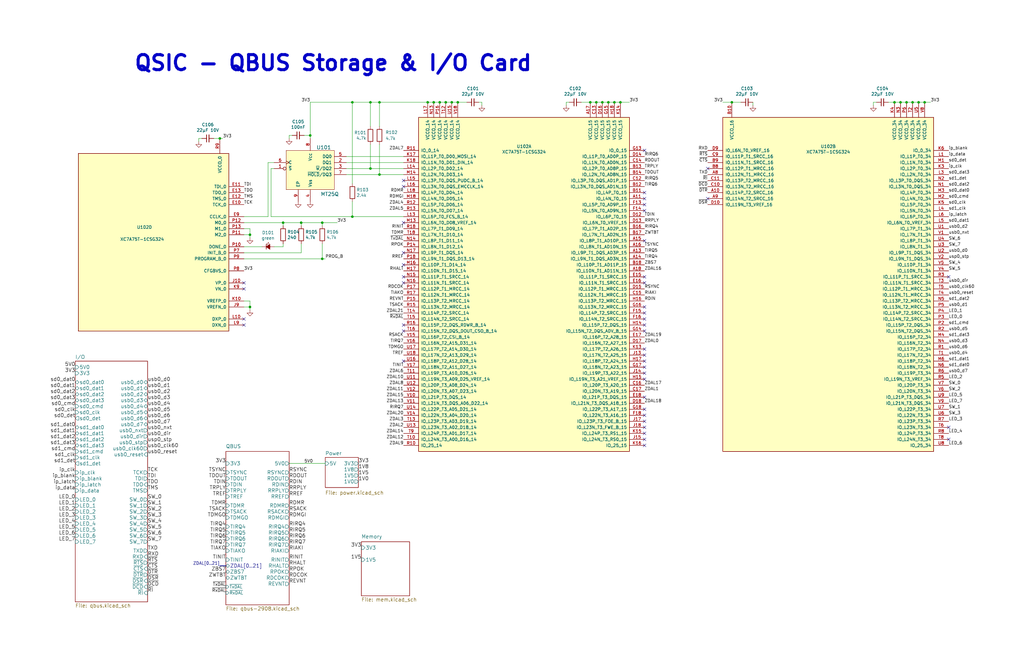
<source format=kicad_sch>
(kicad_sch (version 20250114) (generator "eeschema") (generator_version "9.0")
  (paper "B")
  (title_block (title "QSIC - QBUS Storage & I/O Card") (date "2022-10-27") (rev "0.4"))
  (text "QSIC - QBUS Storage & I/O Card" (at 224.79 30.48 0) (effects (font (size 6.35 6.35) (thickness 1.27) (bold yes)) (justify right bottom)))
  (junction (at 160.02 73.66))
  (junction (at 105.41 99.06))
  (junction (at 105.41 129.54))
  (junction (at 130.81 57.15))
  (junction (at 182.88 43.18))
  (junction (at 377.19 43.18))
  (junction (at 119.38 93.98))
  (junction (at 261.62 43.18))
  (junction (at 127 93.98))
  (junction (at 190.5 43.18))
  (junction (at 308.61 43.18))
  (junction (at 387.35 43.18))
  (junction (at 256.54 43.18))
  (junction (at 193.04 43.18))
  (junction (at 92.71 58.42))
  (junction (at 160.02 43.18))
  (junction (at 187.96 43.18))
  (junction (at 185.42 43.18))
  (junction (at 135.89 93.98))
  (junction (at 259.08 43.18))
  (junction (at 248.92 43.18))
  (junction (at 156.21 43.18))
  (junction (at 180.34 43.18))
  (junction (at 135.89 109.22))
  (junction (at 148.59 91.44))
  (junction (at 156.21 71.12))
  (junction (at 254 43.18))
  (junction (at 379.73 43.18))
  (junction (at 389.89 43.18))
  (junction (at 382.27 43.18))
  (junction (at 251.46 43.18))
  (junction (at 148.59 43.18))
  (junction (at 384.81 43.18))
  (no_connect (at 271.78 129.54))
  (no_connect (at 271.78 147.32))
  (no_connect (at 271.78 101.6))
  (no_connect (at 271.78 119.38))
  (no_connect (at 170.18 119.38))
  (no_connect (at 298.45 71.12))
  (no_connect (at 170.18 93.98))
  (no_connect (at 271.78 83.82))
  (no_connect (at 271.78 182.88))
  (no_connect (at 271.78 152.4))
  (no_connect (at 400.05 185.42))
  (no_connect (at 102.87 137.16))
  (no_connect (at 271.78 132.08))
  (no_connect (at 170.18 139.7))
  (no_connect (at 271.78 180.34))
  (no_connect (at 271.78 81.28))
  (no_connect (at 271.78 187.96))
  (no_connect (at 271.78 88.9))
  (no_connect (at 271.78 116.84))
  (no_connect (at 271.78 172.72))
  (no_connect (at 170.18 137.16))
  (no_connect (at 170.18 111.76))
  (no_connect (at 170.18 152.4))
  (no_connect (at 400.05 180.34))
  (no_connect (at 170.18 106.68))
  (no_connect (at 271.78 167.64))
  (no_connect (at 102.87 119.38))
  (no_connect (at 271.78 137.16))
  (no_connect (at 271.78 157.48))
  (no_connect (at 298.45 83.82))
  (no_connect (at 271.78 149.86))
  (no_connect (at 271.78 185.42))
  (no_connect (at 271.78 154.94))
  (no_connect (at 271.78 175.26))
  (no_connect (at 170.18 78.74))
  (no_connect (at 102.87 134.62))
  (no_connect (at 170.18 116.84))
  (no_connect (at 271.78 134.62))
  (no_connect (at 170.18 76.2))
  (no_connect (at 271.78 63.5))
  (no_connect (at 271.78 177.8))
  (no_connect (at 102.87 121.92))
  (no_connect (at 400.05 116.84))
  (no_connect (at 271.78 160.02))
  (no_connect (at 271.78 139.7))
  (no_connect (at 271.78 86.36))
  (wire (pts (xy 114.3 71.12) (xy 115.57 71.12)))
  (wire (pts (xy 102.87 104.14) (xy 110.49 104.14)))
  (wire (pts (xy 146.05 73.66) (xy 160.02 73.66)))
  (wire (pts (xy 121.92 195.58) (xy 137.16 195.58)))
  (wire (pts (xy 121.92 58.42) (xy 121.92 57.15)))
  (wire (pts (xy 160.02 43.18) (xy 180.34 43.18)))
  (wire (pts (xy 304.8 43.18) (xy 308.61 43.18)))
  (wire (pts (xy 130.81 57.15) (xy 130.81 58.42)))
  (wire (pts (xy 148.59 91.44) (xy 170.18 91.44)))
  (wire (pts (xy 135.89 95.25) (xy 135.89 93.98)))
  (wire (pts (xy 121.92 57.15) (xy 123.19 57.15)))
  (bus (pts (xy 95.25 238.76) (xy 92.71 238.76)))
  (wire (pts (xy 379.73 43.18) (xy 382.27 43.18)))
  (wire (pts (xy 187.96 43.18) (xy 190.5 43.18)))
  (wire (pts (xy 160.02 53.34) (xy 160.02 43.18)))
  (wire (pts (xy 160.02 73.66) (xy 170.18 73.66)))
  (wire (pts (xy 146.05 71.12) (xy 156.21 71.12)))
  (wire (pts (xy 102.87 99.06) (xy 105.41 99.06)))
  (wire (pts (xy 114.3 91.44) (xy 148.59 91.44)))
  (wire (pts (xy 156.21 71.12) (xy 170.18 71.12)))
  (wire (pts (xy 387.35 43.18) (xy 389.89 43.18)))
  (wire (pts (xy 156.21 60.96) (xy 156.21 71.12)))
  (wire (pts (xy 368.3 44.45) (xy 368.3 43.18)))
  (wire (pts (xy 105.41 99.06) (xy 105.41 96.52)))
  (wire (pts (xy 102.87 93.98) (xy 119.38 93.98)))
  (wire (pts (xy 251.46 43.18) (xy 248.92 43.18)))
  (wire (pts (xy 130.81 43.18) (xy 148.59 43.18)))
  (wire (pts (xy 128.27 57.15) (xy 130.81 57.15)))
  (wire (pts (xy 193.04 43.18) (xy 196.85 43.18)))
  (wire (pts (xy 130.81 43.18) (xy 130.81 57.15)))
  (wire (pts (xy 256.54 43.18) (xy 254 43.18)))
  (wire (pts (xy 127 93.98) (xy 119.38 93.98)))
  (wire (pts (xy 105.41 127) (xy 105.41 129.54)))
  (wire (pts (xy 382.27 43.18) (xy 384.81 43.18)))
  (wire (pts (xy 148.59 43.18) (xy 148.59 77.47)))
  (wire (pts (xy 148.59 43.18) (xy 156.21 43.18)))
  (wire (pts (xy 146.05 68.58) (xy 170.18 68.58)))
  (wire (pts (xy 308.61 43.18) (xy 312.42 43.18)))
  (wire (pts (xy 105.41 129.54) (xy 105.41 130.81)))
  (wire (pts (xy 127 93.98) (xy 127 95.25)))
  (wire (pts (xy 119.38 102.87) (xy 119.38 104.14)))
  (wire (pts (xy 248.92 43.18) (xy 245.11 43.18)))
  (wire (pts (xy 238.76 44.45) (xy 238.76 43.18)))
  (wire (pts (xy 238.76 43.18) (xy 240.03 43.18)))
  (wire (pts (xy 105.41 96.52) (xy 102.87 96.52)))
  (wire (pts (xy 259.08 43.18) (xy 256.54 43.18)))
  (wire (pts (xy 102.87 109.22) (xy 135.89 109.22)))
  (wire (pts (xy 389.89 43.18) (xy 392.43 43.18)))
  (wire (pts (xy 377.19 43.18) (xy 379.73 43.18)))
  (wire (pts (xy 102.87 106.68) (xy 127 106.68)))
  (wire (pts (xy 102.87 127) (xy 105.41 127)))
  (wire (pts (xy 119.38 93.98) (xy 119.38 95.25)))
  (wire (pts (xy 384.81 43.18) (xy 387.35 43.18)))
  (wire (pts (xy 160.02 60.96) (xy 160.02 73.66)))
  (wire (pts (xy 265.43 43.18) (xy 261.62 43.18)))
  (wire (pts (xy 90.17 58.42) (xy 92.71 58.42)))
  (wire (pts (xy 201.93 43.18) (xy 203.2 43.18)))
  (wire (pts (xy 92.71 58.42) (xy 93.98 58.42)))
  (wire (pts (xy 113.03 68.58) (xy 113.03 91.44)))
  (wire (pts (xy 102.87 91.44) (xy 113.03 91.44)))
  (wire (pts (xy 135.89 93.98) (xy 127 93.98)))
  (wire (pts (xy 146.05 66.04) (xy 170.18 66.04)))
  (wire (pts (xy 142.24 93.98) (xy 135.89 93.98)))
  (wire (pts (xy 156.21 43.18) (xy 160.02 43.18)))
  (wire (pts (xy 203.2 43.18) (xy 203.2 44.45)))
  (wire (pts (xy 374.65 43.18) (xy 377.19 43.18)))
  (wire (pts (xy 115.57 104.14) (xy 119.38 104.14)))
  (wire (pts (xy 127 106.68) (xy 127 102.87)))
  (wire (pts (xy 261.62 43.18) (xy 259.08 43.18)))
  (wire (pts (xy 180.34 43.18) (xy 182.88 43.18)))
  (wire (pts (xy 83.82 58.42) (xy 85.09 58.42)))
  (wire (pts (xy 148.59 85.09) (xy 148.59 91.44)))
  (wire (pts (xy 317.5 43.18) (xy 317.5 44.45)))
  (wire (pts (xy 135.89 109.22) (xy 137.16 109.22)))
  (wire (pts (xy 190.5 43.18) (xy 193.04 43.18)))
  (wire (pts (xy 368.3 43.18) (xy 369.57 43.18)))
  (wire (pts (xy 105.41 100.33) (xy 105.41 99.06)))
  (wire (pts (xy 114.3 91.44) (xy 114.3 71.12)))
  (wire (pts (xy 182.88 43.18) (xy 185.42 43.18)))
  (wire (pts (xy 254 43.18) (xy 251.46 43.18)))
  (wire (pts (xy 83.82 59.69) (xy 83.82 58.42)))
  (wire (pts (xy 102.87 129.54) (xy 105.41 129.54)))
  (wire (pts (xy 156.21 53.34) (xy 156.21 43.18)))
  (wire (pts (xy 113.03 68.58) (xy 115.57 68.58)))
  (wire (pts (xy 185.42 43.18) (xy 187.96 43.18)))
  (wire (pts (xy 135.89 109.22) (xy 135.89 102.87)))
  (label "sd1_cmd" (at 400.05 137.16 0))
  (label "ZDAL1" (at 271.78 165.1 0))
  (label "RDMGI" (at 170.18 83.82 180))
  (label "sd0_cmd" (at 31.75 171.45 180) (effects (font (size 1.524 1.524))))
  (label "~{TxDAL}" (at 95.25 247.65 180))
  (label "SW_7" (at 400.05 104.14 0))
  (label "TIRQ4" (at 95.25 222.25 180) (effects (font (size 1.524 1.524))))
  (label "ZBS7" (at 95.25 241.3 180) (effects (font (size 1.524 1.524))))
  (label "usb0_nxt" (at 400.05 99.06 0))
  (label "TRPLY" (at 95.25 207.01 180) (effects (font (size 1.524 1.524))))
  (label "TDMGO" (at 170.18 147.32 180))
  (label "SW_2" (at 400.05 165.1 0))
  (label "~{DCD}" (at 62.23 247.65 0) (effects (font (size 1.524 1.524))))
  (label "3V3" (at 151.13 195.58 0) (effects (font (size 1.524 1.524))))
  (label "RXD" (at 298.45 63.5 180))
  (label "SW_5" (at 400.05 114.3 0))
  (label "PROG_B" (at 137.16 109.22 0))
  (label "RDOUT" (at 271.78 68.58 0))
  (label "TRPLY" (at 271.78 71.12 0))
  (label "TIRQ7" (at 95.25 229.87 180) (effects (font (size 1.524 1.524))))
  (label "3V3" (at 95.25 195.58 180) (effects (font (size 1.524 1.524))))
  (label "ZDAL5" (at 170.18 88.9 180))
  (label "LED_3" (at 400.05 177.8 0))
  (label "~{DCD}" (at 298.45 78.74 180))
  (label "usb0_reset" (at 62.23 191.77 0) (effects (font (size 1.524 1.524))))
  (label "RPOK" (at 170.18 104.14 180))
  (label "~{RTS}" (at 62.23 237.49 0) (effects (font (size 1.524 1.524))))
  (label "ZDAL19" (at 271.78 142.24 0))
  (label "TCK" (at 102.87 86.36 0))
  (label "RIRQ5" (at 121.92 224.79 0) (effects (font (size 1.524 1.524))))
  (label "TMS" (at 62.23 207.01 0) (effects (font (size 1.524 1.524))))
  (label "usb0_d0" (at 400.05 106.68 0))
  (label "sd1_dat1" (at 400.05 152.4 0))
  (label "1V5" (at 152.4 236.22 180) (effects (font (size 1.524 1.524))))
  (label "~{RxDAL}" (at 170.18 134.62 180))
  (label "LED_7" (at 400.05 170.18 0))
  (label "5V0" (at 128.27 195.58 0))
  (label "SW_4" (at 400.05 111.76 0))
  (label "ZDAL21" (at 170.18 132.08 180))
  (label "ZDAL20" (at 170.18 175.26 180))
  (label "sd0_dat0" (at 31.75 161.29 180) (effects (font (size 1.524 1.524))))
  (label "TINIT" (at 170.18 154.94 180))
  (label "SW_6" (at 400.05 101.6 0))
  (label "TIRQ6" (at 271.78 78.74 0))
  (label "ZDAL14" (at 170.18 182.88 180))
  (label "TIRQ4" (at 271.78 109.22 0))
  (label "usb0_d7" (at 62.23 179.07 0) (effects (font (size 1.524 1.524))))
  (label "TMS" (at 102.87 83.82 0))
  (label "sd0_det" (at 400.05 68.58 0))
  (label "RREF" (at 121.92 209.55 0) (effects (font (size 1.524 1.524))))
  (label "LED_1" (at 31.75 213.36 180) (effects (font (size 1.524 1.524))))
  (label "SW_0" (at 62.23 210.82 0) (effects (font (size 1.524 1.524))))
  (label "ZDAL17" (at 271.78 162.56 0))
  (label "SW_6" (at 62.23 226.06 0) (effects (font (size 1.524 1.524))))
  (label "usb0_d1" (at 62.23 163.83 0) (effects (font (size 1.524 1.524))))
  (label "TDMR" (at 170.18 99.06 180))
  (label "1V0" (at 151.13 203.2 0) (effects (font (size 1.524 1.524))))
  (label "RRPLY" (at 271.78 93.98 0))
  (label "RSACK" (at 170.18 142.24 180))
  (label "TIAKO" (at 170.18 124.46 180))
  (label "RINIT" (at 170.18 96.52 180))
  (label "REVNT" (at 121.92 246.38 0) (effects (font (size 1.524 1.524))))
  (label "sd1_dat0" (at 400.05 154.94 0))
  (label "3V3" (at 102.87 114.3 0))
  (label "usp0_stp" (at 62.23 186.69 0) (effects (font (size 1.524 1.524))))
  (label "ZBS7" (at 271.78 111.76 0))
  (label "ZDAL12" (at 170.18 185.42 180))
  (label "3V3" (at 31.75 157.48 180) (effects (font (size 1.524 1.524))))
  (label "sd1_cmd" (at 31.75 190.5 180) (effects (font (size 1.524 1.524))))
  (label "SW_4" (at 62.23 220.98 0) (effects (font (size 1.524 1.524))))
  (label "3V3" (at 304.8 43.18 180))
  (label "5V0" (at 31.75 154.94 180) (effects (font (size 1.524 1.524))))
  (label "usb0_d5" (at 62.23 173.99 0) (effects (font (size 1.524 1.524))))
  (label "RDMR" (at 121.92 213.36 0) (effects (font (size 1.524 1.524))))
  (label "TCK" (at 62.23 199.39 0) (effects (font (size 1.524 1.524))))
  (label "LED_4" (at 400.05 182.88 0))
  (label "ZDAL0" (at 271.78 144.78 0))
  (label "ZDAL9" (at 170.18 187.96 180))
  (label "~{CTS}" (at 62.23 240.03 0) (effects (font (size 1.524 1.524))))
  (label "RDOUT" (at 121.92 201.93 0) (effects (font (size 1.524 1.524))))
  (label "RIRQ7" (at 121.92 229.87 0) (effects (font (size 1.524 1.524))))
  (label "usb0_d7" (at 400.05 157.48 0))
  (label "SW_3" (at 400.05 175.26 0))
  (label "usb0_d6" (at 400.05 147.32 0))
  (label "SW_1" (at 62.23 213.36 0) (effects (font (size 1.524 1.524))))
  (label "3V3" (at 152.4 231.14 180) (effects (font (size 1.524 1.524))))
  (label "TIRQ5" (at 95.25 224.79 180) (effects (font (size 1.524 1.524))))
  (label "RDIN" (at 121.92 204.47 0) (effects (font (size 1.524 1.524))))
  (label "ip_data" (at 400.05 66.04 0))
  (label "sd0_det" (at 31.75 176.53 180) (effects (font (size 1.524 1.524))))
  (label "usb0_d4" (at 400.05 149.86 0))
  (label "RIRQ5" (at 271.78 76.2 0))
  (label "TREF" (at 170.18 149.86 180))
  (label "sd0_cmd" (at 400.05 83.82 0))
  (label "usb0_d3" (at 62.23 168.91 0) (effects (font (size 1.524 1.524))))
  (label "RDMGI" (at 121.92 218.44 0) (effects (font (size 1.524 1.524))))
  (label "SW_7" (at 62.23 228.6 0) (effects (font (size 1.524 1.524))))
  (label "RIRQ4" (at 121.92 222.25 0) (effects (font (size 1.524 1.524))))
  (label "3V3" (at 130.81 43.18 180))
  (label "RHALT" (at 170.18 114.3 180))
  (label "ip_clk" (at 400.05 71.12 0))
  (label "ip_data" (at 31.75 207.01 180) (effects (font (size 1.524 1.524))))
  (label "sd0_dat2" (at 31.75 166.37 180) (effects (font (size 1.524 1.524))))
  (label "sd0_dat0" (at 400.05 81.28 0))
  (label "usb0_d3" (at 400.05 144.78 0))
  (label "~{RI}" (at 62.23 250.19 0) (effects (font (size 1.524 1.524))))
  (label "TDOUT" (at 271.78 73.66 0))
  (label "RREF" (at 170.18 109.22 180))
  (label "ip_latch" (at 31.75 204.47 180) (effects (font (size 1.524 1.524))))
  (label "TIRQ5" (at 271.78 106.68 0))
  (label "TSYNC" (at 95.25 199.39 180) (effects (font (size 1.524 1.524))))
  (label "RDMR" (at 170.18 81.28 180))
  (label "RIAKI" (at 121.92 232.41 0) (effects (font (size 1.524 1.524))))
  (label "TSACK" (at 170.18 129.54 180))
  (label "ZDAL4" (at 170.18 86.36 180))
  (label "~{DSR}" (at 298.45 86.36 180))
  (label "TDI" (at 62.23 201.93 0) (effects (font (size 1.524 1.524))))
  (label "ZDAL8" (at 170.18 162.56 180))
  (label "RXD" (at 62.23 234.95 0) (effects (font (size 1.524 1.524))))
  (label "sd0_dat1" (at 31.75 163.83 180) (effects (font (size 1.524 1.524))))
  (label "sd0_dat1" (at 400.05 93.98 0))
  (label "SW_5" (at 62.23 223.52 0) (effects (font (size 1.524 1.524))))
  (label "ip_clk" (at 31.75 199.39 180) (effects (font (size 1.524 1.524))))
  (label "sd1_det" (at 400.05 76.2 0))
  (label "LED_1" (at 400.05 132.08 0))
  (label "sd1_clk" (at 31.75 193.04 180) (effects (font (size 1.524 1.524))))
  (label "ZDAL3" (at 170.18 177.8 180))
  (label "RIRQ4" (at 271.78 96.52 0))
  (label "ZDAL18" (at 271.78 170.18 0))
  (label "SW_3" (at 62.23 218.44 0) (effects (font (size 1.524 1.524))))
  (label "LED_0" (at 400.05 134.62 0))
  (label "RIRQ7" (at 170.18 172.72 180))
  (label "LED_5" (at 31.75 223.52 180) (effects (font (size 1.524 1.524))))
  (label "ZDAL11" (at 170.18 165.1 180))
  (label "~{DSR}" (at 62.23 245.11 0) (effects (font (size 1.524 1.524))))
  (label "ZDAL13" (at 170.18 170.18 180))
  (label "RIRQ6" (at 271.78 66.04 0))
  (label "3V3" (at 142.24 93.98 0))
  (label "usb0_reset" (at 400.05 124.46 0))
  (label "ZDAL6" (at 170.18 157.48 180))
  (label "LED_4" (at 31.75 220.98 180) (effects (font (size 1.524 1.524))))
  (label "LED_2" (at 31.75 215.9 180) (effects (font (size 1.524 1.524))))
  (label "TIAKO" (at 95.25 232.41 180) (effects (font (size 1.524 1.524))))
  (label "~{DTR}" (at 298.45 81.28 180))
  (label "SW_1" (at 400.05 172.72 0))
  (label "~{RTS}" (at 298.45 66.04 180))
  (label "RDCOK" (at 121.92 243.84 0) (effects (font (size 1.524 1.524))))
  (label "LED_3" (at 31.75 218.44 180) (effects (font (size 1.524 1.524))))
  (label "usb0_d2" (at 400.05 96.52 0))
  (label "usb0_d1" (at 400.05 129.54 0))
  (label "3V3" (at 93.98 58.42 0))
  (label "usb0_d4" (at 62.23 171.45 0) (effects (font (size 1.524 1.524))))
  (label "~{RxDAL}" (at 95.25 250.19 180))
  (label "usb0_d2" (at 62.23 166.37 0) (effects (font (size 1.524 1.524))))
  (label "3V3" (at 265.43 43.18 0))
  (label "~{DTR}" (at 62.23 242.57 0) (effects (font (size 1.524 1.524))))
  (label "usb0_nxt" (at 62.23 181.61 0) (effects (font (size 1.524 1.524))))
  (label "RSYNC" (at 121.92 199.39 0) (effects (font (size 1.524 1.524))))
  (label "ZDAL2" (at 170.18 180.34 180))
  (label "sd1_dat3" (at 31.75 187.96 180) (effects (font (size 1.524 1.524))))
  (label "TIRQ6" (at 95.25 227.33 180) (effects (font (size 1.524 1.524))))
  (label "sd0_clk" (at 400.05 86.36 0))
  (label "~{RI}" (at 298.45 76.2 180))
  (label "RHALT" (at 121.92 238.76 0) (effects (font (size 1.524 1.524))))
  (label "LED_2" (at 400.05 160.02 0))
  (label "sd1_dat3" (at 400.05 142.24 0))
  (label "ip_blank" (at 400.05 63.5 0))
  (label "REVNT" (at 170.18 127 180))
  (label "1V5" (at 151.13 200.66 0) (effects (font (size 1.524 1.524))))
  (label "TDO" (at 62.23 204.47 0) (effects (font (size 1.524 1.524))))
  (label "sd1_clk" (at 400.05 88.9 0))
  (label "sd0_clk" (at 31.75 173.99 180) (effects (font (size 1.524 1.524))))
  (label "TREF" (at 95.25 209.55 180) (effects (font (size 1.524 1.524))))
  (label "RPOK" (at 121.92 241.3 0) (effects (font (size 1.524 1.524))))
  (label "sd0_dat3" (at 31.75 168.91 180) (effects (font (size 1.524 1.524))))
  (label "ip_blank" (at 31.75 201.93 180) (effects (font (size 1.524 1.524))))
  (label "usb0_d5" (at 400.05 139.7 0))
  (label "RDCOK" (at 170.18 121.92 180))
  (label "usb0_clk60" (at 400.05 121.92 0))
  (label "TSACK" (at 95.25 215.9 180) (effects (font (size 1.524 1.524))))
  (label "1V8" (at 151.13 198.12 0) (effects (font (size 1.524 1.524))))
  (label "LED_5" (at 400.05 167.64 0))
  (label "ip_latch" (at 400.05 91.44 0))
  (label "RDIN" (at 271.78 127 0))
  (label "sd1_dat2" (at 31.75 185.42 180) (effects (font (size 1.524 1.524))))
  (label "~{TxDAL}" (at 170.18 101.6 180))
  (label "LED_0" (at 31.75 210.82 180) (effects (font (size 1.524 1.524))))
  (label "TDO" (at 102.87 81.28 0))
  (label "RIRQ6" (at 121.92 227.33 0) (effects (font (size 1.524 1.524))))
  (label "usp0_stp" (at 400.05 109.22 0))
  (label "TDIN" (at 95.25 204.47 180) (effects (font (size 1.524 1.524))))
  (label "usb0_dir" (at 62.23 184.15 0) (effects (font (size 1.524 1.524))))
  (label "ZDAL[0..21]" (at 92.71 238.76 180))
  (label "RSACK" (at 121.92 215.9 0) (effects (font (size 1.524 1.524))))
  (label "TSYNC" (at 271.78 104.14 0))
  (label "TDOUT" (at 95.25 201.93 180) (effects (font (size 1.524 1.524))))
  (label "TDI" (at 102.87 78.74 0))
  (label "usb0_d0" (at 62.23 161.29 0) (effects (font (size 1.524 1.524))))
  (label "RSYNC" (at 271.78 121.92 0))
  (label "TINIT" (at 95.25 236.22 180) (effects (font (size 1.524 1.524))))
  (label "LED_7" (at 31.75 228.6 180) (effects (font (size 1.524 1.524))))
  (label "ZDAL16" (at 271.78 114.3 0))
  (label "RINIT" (at 121.92 236.22 0) (effects (font (size 1.524 1.524))))
  (label "usb0_d6" (at 62.23 176.53 0) (effects (font (size 1.524 1.524))))
  (label "TXD" (at 298.45 73.66 180))
  (label "sd0_dat2" (at 400.05 78.74 0))
  (label "TDIN" (at 271.78 91.44 0))
  (label "sd1_dat0" (at 31.75 180.34 180) (effects (font (size 1.524 1.524))))
  (label "ZWTBT" (at 95.25 243.84 180) (effects (font (size 1.524 1.524))))
  (label "SW_0" (at 400.05 162.56 0))
  (label "usb0_clk60" (at 62.23 189.23 0) (effects (font (size 1.524 1.524))))
  (label "LED_6" (at 31.75 226.06 180) (effects (font (size 1.524 1.524))))
  (label "ZDAL10" (at 170.18 160.02 180))
  (label "sd1_dat1" (at 31.75 182.88 180) (effects (font (size 1.524 1.524))))
  (label "TDMGO" (at 95.25 218.44 180) (effects (font (size 1.524 1.524))))
  (label "sd1_dat2" (at 400.05 127 0))
  (label "ZDAL15" (at 170.18 167.64 180))
  (label "3V3" (at 392.43 43.18 0))
  (label "TIRQ7" (at 170.18 144.78 180))
  (label "RRPLY" (at 121.92 207.01 0) (effects (font (size 1.524 1.524))))
  (label "RIAKI" (at 271.78 124.46 0))
  (label "sd0_dat3" (at 400.05 73.66 0))
  (label "sd1_det" (at 31.75 195.58 180) (effects (font (size 1.524 1.524))))
  (label "~{CTS}" (at 298.45 68.58 180))
  (label "TDMR" (at 95.25 213.36 180) (effects (font (size 1.524 1.524))))
  (label "usb0_dir" (at 400.05 119.38 0))
  (label "ZWTBT" (at 271.78 99.06 0))
  (label "SW_2" (at 62.23 215.9 0) (effects (font (size 1.524 1.524))))
  (label "TXD" (at 62.23 232.41 0) (effects (font (size 1.524 1.524))))
  (label "LED_6" (at 400.05 187.96 0))
  (label "ZDAL7" (at 170.18 63.5 180))
  (symbol (lib_id "power:GND") (at 130.81 85.09 0) (unit 1)
    (property "Reference" "#PWR0108" (effects (hide yes)))
    (property "Value" "GND" (effects (hide yes)))
  )
  (symbol (lib_id "power:GND") (at 121.92 58.42 0) (unit 1)
    (property "Reference" "#PWR0105" (effects (hide yes)))
    (property "Value" "GND" (effects (hide yes)))
  )
  (symbol (lib_id "power:GND") (at 105.41 130.81 0) (mirror y) (unit 1)
    (property "Reference" "#PWR0110" (effects (hide yes)))
    (property "Value" "GND" (effects (hide yes)))
  )
  (symbol (lib_id "Device:LED_Small_Filled") (at 113.03 104.14 0) (unit 1)
    (property "Reference" "D101" (at 113.03 98.171 0))
    (property "Value" "green" (at 113.03 100.4824 0))
    (property "Footprint" "LED_SMD:LED_0603_1608Metric" (effects (hide yes)))
    (property "Description" "LED 0603 green" (effects (hide yes)))
    (property "Manu" "Lite-On" (effects (hide yes)))
    (property "type" "SMD" (effects (hide yes)))
    (property "MPN" "LTST-C190KGKT" (effects (hide yes)))
  )
  (symbol (lib_id "Device:R") (at 119.38 99.06 0) (mirror y) (unit 1)
    (property "Reference" "R104" (at 121.158 97.8916 0) (effects (justify right)))
    (property "Value" "240" (at 121.158 100.203 0) (effects (justify right)))
    (property "Footprint" "Resistor_SMD:R_0603_1608Metric" (effects (hide yes)))
    (property "Description" "Res 240 0603" (effects (hide yes)))
    (property "type" "SMD" (effects (hide yes)))
    (property "MPN" "RC0603FR-07240RL" (effects (hide yes)))
  )
  (symbol (lib_id "Device:R") (at 127 99.06 0) (mirror y) (unit 1)
    (property "Reference" "R105" (at 128.778 97.8916 0) (effects (justify right)))
    (property "Value" "4.7k" (at 128.778 100.203 0) (effects (justify right)))
    (property "Footprint" "Resistor_SMD:R_0603_1608Metric" (effects (hide yes)))
    (property "Description" "Res 4.7k 0603" (effects (hide yes)))
    (property "type" "SMD" (effects (hide yes)))
    (property "MPN" "RC0603FR-074K7L" (effects (hide yes)))
  )
  (symbol (lib_id "Device:R") (at 135.89 99.06 0) (mirror y) (unit 1)
    (property "Reference" "R106" (at 137.668 97.8916 0) (effects (justify right)))
    (property "Value" "4.7k" (at 137.668 100.203 0) (effects (justify right)))
    (property "Footprint" "Resistor_SMD:R_0603_1608Metric" (effects (hide yes)))
    (property "Description" "Res 4.7k 0603" (effects (hide yes)))
    (property "type" "SMD" (effects (hide yes)))
    (property "MPN" "RC0603FR-074K7L" (effects (hide yes)))
  )
  (symbol (lib_id "Device:C_Small") (at 125.73 57.15 90) (unit 1)
    (property "Reference" "C105" (at 125.73 51.3334 90))
    (property "Value" "100nF" (at 125.73 53.6448 90))
    (property "Footprint" "Capacitor_SMD:C_0603_1608Metric" (effects (hide yes)))
    (property "Description" "Cap 100nF 0603" (effects (hide yes)))
    (property "type" "SMD" (effects (hide yes)))
    (property "MPN" "CL10B104KO8NNNC" (effects (hide yes)))
  )
  (symbol (lib_id "power:GND") (at 105.41 100.33 0) (unit 1)
    (property "Reference" "#PWR0109" (effects (hide yes)))
    (property "Value" "GND" (effects (hide yes)))
  )
  (symbol (lib_id "Device:R") (at 148.59 81.28 0) (mirror y) (unit 1)
    (property "Reference" "R103" (at 150.3172 80.1116 0) (effects (justify right)))
    (property "Value" "2.4k" (at 150.3172 82.423 0) (effects (justify right)))
    (property "Footprint" "Resistor_SMD:R_0603_1608Metric" (effects (hide yes)))
    (property "Description" "Res 2.4k 0603" (effects (hide yes)))
    (property "type" "SMD" (effects (hide yes)))
    (property "MPN" "RC0603FR-072K4L" (effects (hide yes)))
  )
  (symbol (lib_id "Device:R") (at 156.21 57.15 0) (mirror y) (unit 1)
    (property "Reference" "R101" (at 154.4828 55.9816 0) (effects (justify left)))
    (property "Value" "4.7k" (at 154.4828 58.293 0) (effects (justify left)))
    (property "Footprint" "Resistor_SMD:R_0603_1608Metric" (effects (hide yes)))
    (property "Description" "Res 4.7k 0603" (effects (hide yes)))
    (property "type" "SMD" (effects (hide yes)))
    (property "MPN" "RC0603FR-074K7L" (effects (hide yes)))
  )
  (symbol (lib_id "Device:R") (at 160.02 57.15 0) (mirror y) (unit 1)
    (property "Reference" "R102" (at 162.56 55.8799 0) (effects (justify right)))
    (property "Value" "4.7k" (at 162.56 58.4199 0) (effects (justify right)))
    (property "Footprint" "Resistor_SMD:R_0603_1608Metric" (effects (hide yes)))
    (property "Description" "Res 4.7k 0603" (effects (hide yes)))
    (property "type" "SMD" (effects (hide yes)))
    (property "MPN" "RC0603FR-074K7L" (effects (hide yes)))
  )
  (symbol (lib_id "myLib:MT25Q-mlp8") (at 130.81 71.12 0) (unit 1)
    (property "Reference" "U101" (at 136.525 62.23 0) (effects (font (size 1.524 1.524))))
    (property "Value" "MT25Q" (at 139.065 81.915 0) (effects (font (size 1.524 1.524))))
    (property "Footprint" "Package_DFN_QFN:DFN-8-1EP_6x5mm_P1.27mm_EP4x4mm" (effects (hide yes)))
    (property "Datasheet" "https://www.micron.com/~/media/documents/products/data-sheet/nor-flash/serial-nor/mt25q/die-rev-a/mt25q_qljs_l_256_aba_0.pdf" (effects (hide yes)))
    (property "Description" "Serial Flash Memory 128Mb" (effects (hide yes)))
    (property "Manu" "Micron" (effects (hide yes)))
    (property "type" "SMD" (effects (hide yes)))
    (property "MPN" "MT25QL128ABA1EW7-0SIT" (effects (hide yes)))
  )
  (symbol (lib_id "power:GND") (at 125.73 85.09 0) (unit 1)
    (property "Reference" "#PWR0107" (effects (hide yes)))
    (property "Value" "GND" (effects (hide yes)))
  )
  (symbol (lib_id "Device:C_Small") (at 87.63 58.42 90) (unit 1)
    (property "Reference" "C106" (at 87.63 52.6034 90))
    (property "Value" "22µF 10V" (at 87.63 54.9148 90))
    (property "Footprint" "Capacitor_SMD:C_0603_1608Metric" (effects (hide yes)))
    (property "Description" "Cap 22uF 10V 0603" (effects (hide yes)))
    (property "type" "SMD" (effects (hide yes)))
    (property "MPN" "CL10A226MP8NUNE" (effects (hide yes)))
  )
  (symbol (lib_id "power:GND") (at 83.82 59.69 0) (unit 1)
    (property "Reference" "#PWR0106" (effects (hide yes)))
    (property "Value" "GND" (effects (hide yes)))
  )
  (symbol (lib_id "Device:C_Small") (at 199.39 43.18 90) (unit 1)
    (property "Reference" "C101" (at 199.39 37.3634 90))
    (property "Value" "22µF 10V" (at 199.39 39.6748 90))
    (property "Footprint" "Capacitor_SMD:C_0603_1608Metric" (effects (hide yes)))
    (property "Description" "Cap 22uF 10V 0603" (effects (hide yes)))
    (property "type" "SMD" (effects (hide yes)))
    (property "MPN" "CL10A226MP8NUNE" (effects (hide yes)))
  )
  (symbol (lib_id "Device:C_Small") (at 242.57 43.18 90) (unit 1)
    (property "Reference" "C102" (at 242.57 37.3634 90))
    (property "Value" "22µF 10V" (at 242.57 39.6748 90))
    (property "Footprint" "Capacitor_SMD:C_0603_1608Metric" (effects (hide yes)))
    (property "Description" "Cap 22uF 10V 0603" (effects (hide yes)))
    (property "type" "SMD" (effects (hide yes)))
    (property "MPN" "CL10A226MP8NUNE" (effects (hide yes)))
  )
  (symbol (lib_id "power:GND") (at 203.2 44.45 0) (unit 1)
    (property "Reference" "#PWR0104" (effects (hide yes)))
    (property "Value" "GND" (effects (hide yes)))
  )
  (symbol (lib_id "power:GND") (at 238.76 44.45 0) (unit 1)
    (property "Reference" "#PWR0101" (effects (hide yes)))
    (property "Value" "GND" (effects (hide yes)))
  )
  (symbol (lib_id "Device:C_Small") (at 372.11 43.18 90) (unit 1)
    (property "Reference" "C104" (at 372.11 37.3634 90))
    (property "Value" "22µF 10V" (at 372.11 39.6748 90))
    (property "Footprint" "Capacitor_SMD:C_0603_1608Metric" (effects (hide yes)))
    (property "Description" "Cap 22uF 10V 0603" (effects (hide yes)))
    (property "type" "SMD" (effects (hide yes)))
    (property "MPN" "CL10A226MP8NUNE" (effects (hide yes)))
  )
  (symbol (lib_id "power:GND") (at 368.3 44.45 0) (unit 1)
    (property "Reference" "#PWR0103" (effects (hide yes)))
    (property "Value" "GND" (effects (hide yes)))
  )
  (symbol (lib_id "Device:C_Small") (at 314.96 43.18 90) (unit 1)
    (property "Reference" "C103" (at 314.96 37.3634 90))
    (property "Value" "22µF 10V" (at 314.96 39.6748 90))
    (property "Footprint" "Capacitor_SMD:C_0603_1608Metric" (effects (hide yes)))
    (property "Description" "Cap 22uF 10V 0603" (effects (hide yes)))
    (property "type" "SMD" (effects (hide yes)))
    (property "MPN" "CL10A226MP8NUNE" (effects (hide yes)))
  )
  (symbol (lib_id "power:GND") (at 317.5 44.45 0) (unit 1)
    (property "Reference" "#PWR0102" (effects (hide yes)))
    (property "Value" "GND" (effects (hide yes)))
  )
  (symbol (lib_id "FPGA_Xilinx_Artix7:XC7A75T-CSG324") (at 220.98 116.84 0) (unit 1)
    (property "Reference" "U102" (at 220.98 61.7982 0))
    (property "Value" "XC7A75T-1CSG324" (at 220.98 64.1096 0))
    (property "Footprint" "Package_BGA:Xilinx_CSG324" (effects (hide yes)))
    (property "Description" "Xilinx Artix-7 FPGA" (effects (hide yes)))
    (property "Manu" "Xilinx" (effects (hide yes)))
    (property "type" "SMD" (effects (hide yes)))
    (property "MPN" "XC7A75T-1CSG324C" (effects (hide yes)))
  )
  (symbol (lib_id "FPGA_Xilinx_Artix7:XC7A75T-CSG324") (at 349.25 116.84 0) (unit 2)
    (property "Reference" "U102" (at 349.25 61.7982 0))
    (property "Value" "XC7A75T-1CSG324" (at 349.25 64.1096 0))
    (property "Footprint" "Package_BGA:Xilinx_CSG324" (effects (hide yes)))
    (property "Description" "Xilinx Artix-7 FPGA" (effects (hide yes)))
    (property "Manu" "Xilinx" (effects (hide yes)))
    (property "type" "SMD" (effects (hide yes)))
    (property "MPN" "XC7A75T-1CSG324C" (effects (hide yes)))
  )
  (symbol (lib_id "FPGA_Xilinx_Artix7:XC7A75T-CSG324") (at 64.77 99.06 0) (unit 4)
    (property "Reference" "U102" (at 64.135 95.885 0) (effects (justify right)))
    (property "Value" "XC7A75T-1CSG324" (at 69.215 100.965 0) (effects (justify right)))
    (property "Footprint" "Package_BGA:Xilinx_CSG324" (effects (hide yes)))
    (property "Description" "Xilinx Artix-7 FPGA" (effects (hide yes)))
    (property "Manu" "Xilinx" (effects (hide yes)))
    (property "type" "SMD" (effects (hide yes)))
    (property "MPN" "XC7A75T-1CSG324C" (effects (hide yes)))
  )
  (sheet (at 137.16 193.04) (size 13.97 12.7)
    (property "Sheetname" "Power" (at 137.16 192.2014 0) (effects (font (size 1.524 1.524)) (justify left bottom)))
    (property "Sheetfile" "power.kicad_sch" (at 137.16 207.0612 0) (effects (font (size 1.524 1.524)) (justify left top)))
    (pin "5V" input (at 137.16 195.58 180) (effects (font (size 1.524 1.524))))
    (pin "3V3" output (at 151.13 195.58 0) (effects (font (size 1.524 1.524))))
    (pin "1V8" output (at 151.13 198.12 0) (effects (font (size 1.524 1.524))))
    (pin "1V5" output (at 151.13 200.66 0) (effects (font (size 1.524 1.524))))
    (pin "1V0" output (at 151.13 203.2 0) (effects (font (size 1.524 1.524))))
  )
  (sheet (at 31.75 152.4) (size 30.48 101.6)
    (property "Sheetname" "I/O" (at 31.75 151.5614 0) (effects (font (size 1.524 1.524)) (justify left bottom)))
    (property "Sheetfile" "qbus.kicad_sch" (at 31.75 254.6862 0) (effects (font (size 1.524 1.524)) (justify left top)))
    (pin "3V3" input (at 31.75 157.48 180) (effects (font (size 1.524 1.524))))
    (pin "sd0_dat2" bidirectional (at 31.75 166.37 180) (effects (font (size 1.524 1.524))))
    (pin "sd0_dat3" bidirectional (at 31.75 168.91 180) (effects (font (size 1.524 1.524))))
    (pin "sd0_cmd" input (at 31.75 171.45 180) (effects (font (size 1.524 1.524))))
    (pin "sd0_clk" input (at 31.75 173.99 180) (effects (font (size 1.524 1.524))))
    (pin "sd0_dat0" bidirectional (at 31.75 161.29 180) (effects (font (size 1.524 1.524))))
    (pin "sd0_dat1" bidirectional (at 31.75 163.83 180) (effects (font (size 1.524 1.524))))
    (pin "sd0_det" output (at 31.75 176.53 180) (effects (font (size 1.524 1.524))))
    (pin "sd1_dat2" bidirectional (at 31.75 185.42 180) (effects (font (size 1.524 1.524))))
    (pin "sd1_dat3" bidirectional (at 31.75 187.96 180) (effects (font (size 1.524 1.524))))
    (pin "sd1_cmd" input (at 31.75 190.5 180) (effects (font (size 1.524 1.524))))
    (pin "sd1_clk" input (at 31.75 193.04 180) (effects (font (size 1.524 1.524))))
    (pin "sd1_dat0" bidirectional (at 31.75 180.34 180) (effects (font (size 1.524 1.524))))
    (pin "sd1_dat1" bidirectional (at 31.75 182.88 180) (effects (font (size 1.524 1.524))))
    (pin "sd1_det" output (at 31.75 195.58 180) (effects (font (size 1.524 1.524))))
    (pin "ip_clk" input (at 31.75 199.39 180) (effects (font (size 1.524 1.524))))
    (pin "ip_blank" input (at 31.75 201.93 180) (effects (font (size 1.524 1.524))))
    (pin "ip_latch" input (at 31.75 204.47 180) (effects (font (size 1.524 1.524))))
    (pin "ip_data" input (at 31.75 207.01 180) (effects (font (size 1.524 1.524))))
    (pin "usb0_d7" bidirectional (at 62.23 179.07 0) (effects (font (size 1.524 1.524))))
    (pin "usb0_d6" bidirectional (at 62.23 176.53 0) (effects (font (size 1.524 1.524))))
    (pin "usb0_d5" bidirectional (at 62.23 173.99 0) (effects (font (size 1.524 1.524))))
    (pin "usb0_d4" bidirectional (at 62.23 171.45 0) (effects (font (size 1.524 1.524))))
    (pin "usb0_d3" bidirectional (at 62.23 168.91 0) (effects (font (size 1.524 1.524))))
    (pin "usb0_d2" bidirectional (at 62.23 166.37 0) (effects (font (size 1.524 1.524))))
    (pin "usb0_d1" bidirectional (at 62.23 163.83 0) (effects (font (size 1.524 1.524))))
    (pin "usb0_d0" bidirectional (at 62.23 161.29 0) (effects (font (size 1.524 1.524))))
    (pin "usb0_nxt" output (at 62.23 181.61 0) (effects (font (size 1.524 1.524))))
    (pin "usb0_dir" output (at 62.23 184.15 0) (effects (font (size 1.524 1.524))))
    (pin "usb0_stp" output (at 62.23 186.69 0) (effects (font (size 1.524 1.524))))
    (pin "usb0_clk60" output (at 62.23 189.23 0) (effects (font (size 1.524 1.524))))
    (pin "usb0_reset" input (at 62.23 191.77 0) (effects (font (size 1.524 1.524))))
    (pin "SW_0" output (at 62.23 210.82 0) (effects (font (size 1.524 1.524))))
    (pin "SW_1" output (at 62.23 213.36 0) (effects (font (size 1.524 1.524))))
    (pin "SW_2" output (at 62.23 215.9 0) (effects (font (size 1.524 1.524))))
    (pin "SW_3" output (at 62.23 218.44 0) (effects (font (size 1.524 1.524))))
    (pin "SW_4" output (at 62.23 220.98 0) (effects (font (size 1.524 1.524))))
    (pin "SW_5" output (at 62.23 223.52 0) (effects (font (size 1.524 1.524))))
    (pin "SW_6" output (at 62.23 226.06 0) (effects (font (size 1.524 1.524))))
    (pin "SW_7" output (at 62.23 228.6 0) (effects (font (size 1.524 1.524))))
    (pin "LED_0" input (at 31.75 210.82 180) (effects (font (size 1.524 1.524))))
    (pin "LED_1" input (at 31.75 213.36 180) (effects (font (size 1.524 1.524))))
    (pin "LED_2" input (at 31.75 215.9 180) (effects (font (size 1.524 1.524))))
    (pin "LED_3" input (at 31.75 218.44 180) (effects (font (size 1.524 1.524))))
    (pin "LED_4" input (at 31.75 220.98 180) (effects (font (size 1.524 1.524))))
    (pin "LED_5" input (at 31.75 223.52 180) (effects (font (size 1.524 1.524))))
    (pin "LED_6" input (at 31.75 226.06 180) (effects (font (size 1.524 1.524))))
    (pin "LED_7" input (at 31.75 228.6 180) (effects (font (size 1.524 1.524))))
    (pin "5V0" input (at 31.75 154.94 180) (effects (font (size 1.524 1.524))))
    (pin "TCK" output (at 62.23 199.39 0) (effects (font (size 1.524 1.524))))
    (pin "TDI" output (at 62.23 201.93 0) (effects (font (size 1.524 1.524))))
    (pin "TDO" input (at 62.23 204.47 0) (effects (font (size 1.524 1.524))))
    (pin "TMS" output (at 62.23 207.01 0) (effects (font (size 1.524 1.524))))
    (pin "TXD" output (at 62.23 232.41 0) (effects (font (size 1.524 1.524))))
    (pin "RXD" input (at 62.23 234.95 0) (effects (font (size 1.524 1.524))))
    (pin "~{RTS}" output (at 62.23 237.49 0) (effects (font (size 1.524 1.524))))
    (pin "~{CTS}" input (at 62.23 240.03 0) (effects (font (size 1.524 1.524))))
    (pin "~{DTR}" output (at 62.23 242.57 0) (effects (font (size 1.524 1.524))))
    (pin "~{DSR}" input (at 62.23 245.11 0) (effects (font (size 1.524 1.524))))
    (pin "~{DCD}" input (at 62.23 247.65 0) (effects (font (size 1.524 1.524))))
    (pin "~{RI}" input (at 62.23 250.19 0) (effects (font (size 1.524 1.524))))
  )
  (sheet (at 95.25 190.5) (size 26.67 64.77)
    (property "Sheetname" "QBUS" (at 95.25 189.23 0) (effects (font (size 1.524 1.524)) (justify left bottom)))
    (property "Sheetfile" "qbus-2908.kicad_sch" (at 95.25 255.9562 0) (effects (font (size 1.524 1.524)) (justify left top)))
    (pin "5V0" output (at 121.92 195.58 0) (effects (font (size 1.524 1.524))))
    (pin "3V3" input (at 95.25 195.58 180) (effects (font (size 1.524 1.524))))
    (pin "TIRQ6" input (at 95.25 227.33 180) (effects (font (size 1.524 1.524))))
    (pin "TIRQ5" input (at 95.25 224.79 180) (effects (font (size 1.524 1.524))))
    (pin "TRPLY" input (at 95.25 207.01 180) (effects (font (size 1.524 1.524))))
    (pin "TDOUT" input (at 95.25 201.93 180) (effects (font (size 1.524 1.524))))
    (pin "TSYNC" input (at 95.25 199.39 180) (effects (font (size 1.524 1.524))))
    (pin "TDIN" input (at 95.25 204.47 180) (effects (font (size 1.524 1.524))))
    (pin "TIRQ4" input (at 95.25 222.25 180) (effects (font (size 1.524 1.524))))
    (pin "RIRQ6" output (at 121.92 227.33 0) (effects (font (size 1.524 1.524))))
    (pin "RIRQ5" output (at 121.92 224.79 0) (effects (font (size 1.524 1.524))))
    (pin "RRPLY" output (at 121.92 207.01 0) (effects (font (size 1.524 1.524))))
    (pin "RDOUT" output (at 121.92 201.93 0) (effects (font (size 1.524 1.524))))
    (pin "RSYNC" output (at 121.92 199.39 0) (effects (font (size 1.524 1.524))))
    (pin "RDIN" output (at 121.92 204.47 0) (effects (font (size 1.524 1.524))))
    (pin "RIAKI" output (at 121.92 232.41 0) (effects (font (size 1.524 1.524))))
    (pin "RIRQ4" output (at 121.92 222.25 0) (effects (font (size 1.524 1.524))))
    (pin "RDMGI" output (at 121.92 218.44 0) (effects (font (size 1.524 1.524))))
    (pin "RDMR" output (at 121.92 213.36 0) (effects (font (size 1.524 1.524))))
    (pin "RHALT" output (at 121.92 238.76 0) (effects (font (size 1.524 1.524))))
    (pin "RREF" output (at 121.92 209.55 0) (effects (font (size 1.524 1.524))))
    (pin "RDCOK" output (at 121.92 243.84 0) (effects (font (size 1.524 1.524))))
    (pin "RINIT" output (at 121.92 236.22 0) (effects (font (size 1.524 1.524))))
    (pin "RSACK" output (at 121.92 215.9 0) (effects (font (size 1.524 1.524))))
    (pin "RPOK" output (at 121.92 241.3 0) (effects (font (size 1.524 1.524))))
    (pin "RIRQ7" output (at 121.92 229.87 0) (effects (font (size 1.524 1.524))))
    (pin "REVNT" output (at 121.92 246.38 0) (effects (font (size 1.524 1.524))))
    (pin "TIAKO" input (at 95.25 232.41 180) (effects (font (size 1.524 1.524))))
    (pin "TDMR" input (at 95.25 213.36 180) (effects (font (size 1.524 1.524))))
    (pin "TREF" input (at 95.25 209.55 180) (effects (font (size 1.524 1.524))))
    (pin "TDMGO" input (at 95.25 218.44 180) (effects (font (size 1.524 1.524))))
    (pin "TINIT" input (at 95.25 236.22 180) (effects (font (size 1.524 1.524))))
    (pin "TSACK" input (at 95.25 215.9 180) (effects (font (size 1.524 1.524))))
    (pin "TIRQ7" input (at 95.25 229.87 180) (effects (font (size 1.524 1.524))))
    (pin "ZBS7" bidirectional (at 95.25 241.3 180) (effects (font (size 1.524 1.524))))
    (pin "ZWTBT" bidirectional (at 95.25 243.84 180) (effects (font (size 1.524 1.524))))
    (pin "ZDAL[0..21]" bidirectional (at 95.25 238.76 180) (effects (font (size 1.524 1.524))))
    (pin "~{TxDAL}" input (at 95.25 247.65 180))
    (pin "~{RxDAL}" input (at 95.25 250.19 180))
  )
  (sheet (at 152.4 228.6) (size 20.32 22.86)
    (property "Sheetname" "Memory" (at 152.4 227.33 0) (effects (font (size 1.524 1.524)) (justify left bottom)))
    (property "Sheetfile" "mem.kicad_sch" (at 152.4 252.1462 0) (effects (font (size 1.524 1.524)) (justify left top)))
    (pin "1V5" input (at 152.4 236.22 180) (effects (font (size 1.524 1.524))))
    (pin "3V3" input (at 152.4 231.14 180) (effects (font (size 1.524 1.524))))
  )
)
</source>
